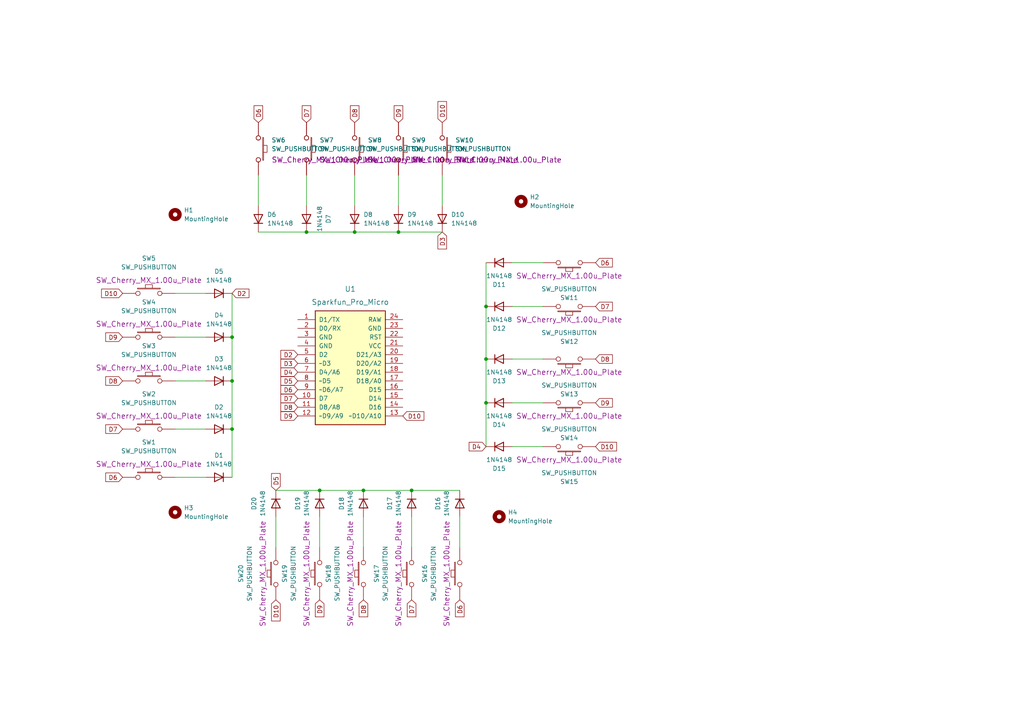
<source format=kicad_sch>
(kicad_sch (version 20211123) (generator eeschema)
  (paper "A4")
  (lib_symbols
    (symbol "Arduino:Sparkfun_Pro_Micro" (pin_names (offset 1.016))
      (property "Reference" "U" (at -8.89 21.59 0))
      (property "Value" "Sparkfun_Pro_Micro" (at 0 19.05 0))
      (symbol "Sparkfun_Pro_Micro_0_1"
        (rectangle (start -10.16 17.78) (end 10.16 -15.24) (stroke (width 0.254)) (fill (type background)))
      )
      (symbol "Sparkfun_Pro_Micro_1_1"
        (pin bidirectional line (at -15.24 15.24 0) (length 5.08) (name "D1/TX") (number "1"))
        (pin bidirectional line (at -15.24 -7.62 0) (length 5.08) (name "D7") (number "10"))
        (pin bidirectional line (at -15.24 -10.16 0) (length 5.08) (name "D8/A8") (number "11"))
        (pin bidirectional line (at -15.24 -12.7 0) (length 5.08) (name "~D9/A9") (number "12"))
        (pin bidirectional line (at 15.24 -12.7 180) (length 5.08) (name "~D10/A10") (number "13"))
        (pin bidirectional line (at 15.24 -10.16 180) (length 5.08) (name "D16") (number "14"))
        (pin bidirectional line (at 15.24 -7.62 180) (length 5.08) (name "D14") (number "15"))
        (pin bidirectional line (at 15.24 -5.08 180) (length 5.08) (name "D15") (number "16"))
        (pin bidirectional line (at 15.24 -2.54 180) (length 5.08) (name "D18/A0") (number "17"))
        (pin bidirectional line (at 15.24 0 180) (length 5.08) (name "D19/A1") (number "18"))
        (pin bidirectional line (at 15.24 2.54 180) (length 5.08) (name "D20/A2") (number "19"))
        (pin bidirectional line (at -15.24 12.7 0) (length 5.08) (name "D0/RX") (number "2"))
        (pin bidirectional line (at 15.24 5.08 180) (length 5.08) (name "D21/A3") (number "20"))
        (pin power_in line (at 15.24 7.62 180) (length 5.08) (name "VCC") (number "21"))
        (pin input line (at 15.24 10.16 180) (length 5.08) (name "RST") (number "22"))
        (pin power_in line (at 15.24 12.7 180) (length 5.08) (name "GND") (number "23"))
        (pin power_in line (at 15.24 15.24 180) (length 5.08) (name "RAW") (number "24"))
        (pin power_in line (at -15.24 10.16 0) (length 5.08) (name "GND") (number "3"))
        (pin power_in line (at -15.24 7.62 0) (length 5.08) (name "GND") (number "4"))
        (pin bidirectional line (at -15.24 5.08 0) (length 5.08) (name "D2") (number "5"))
        (pin bidirectional line (at -15.24 2.54 0) (length 5.08) (name "~D3") (number "6"))
        (pin bidirectional line (at -15.24 0 0) (length 5.08) (name "D4/A6") (number "7"))
        (pin bidirectional line (at -15.24 -2.54 0) (length 5.08) (name "~D5") (number "8"))
        (pin bidirectional line (at -15.24 -5.08 0) (length 5.08) (name "~D6/A7") (number "9"))
      )
    )
    (symbol "Diode:1N4148" (pin_numbers hide) (pin_names hide)
      (property "Reference" "D" (at 0 2.54 0))
      (property "Value" "1N4148" (at 0 -2.54 0))
      (symbol "1N4148_0_1"
        (polyline (pts (xy -1.27 1.27) (xy -1.27 -1.27)) (stroke (width 0.254)))
        (polyline (pts (xy 1.27 0) (xy -1.27 0)))
        (polyline (pts (xy 1.27 1.27) (xy 1.27 -1.27) (xy -1.27 0) (xy 1.27 1.27)) (stroke (width 0.254)))
      )
      (symbol "1N4148_1_1"
        (pin passive line (at -3.81 0 0) (length 2.54) (name "K") (number "1"))
        (pin passive line (at 3.81 0 180) (length 2.54) (name "A") (number "2"))
      )
    )
    (symbol "Mechanical:MountingHole" (pin_names (offset 1.016))
      (property "Reference" "H" (at 0 5.08 0))
      (property "Value" "MountingHole" (at 0 3.175 0))
      (symbol "MountingHole_0_1"
        (circle (center 0 0) (radius 1.27) (stroke (width 1.27)))
      )
    )
    (symbol "freetronics_schematic:SW_PUSHBUTTON" (pin_numbers hide) (pin_names (offset 1.016) hide)
      (property "Reference" "SW" (at -3.81 2.794 0))
      (property "Value" "SW_PUSHBUTTON" (at 0 -2.032 0))
      (symbol "SW_PUSHBUTTON_0_1"
        (rectangle (start -3.302 1.27) (end 3.302 1.524))
        (polyline (pts (xy -1.016 1.524) (xy -1.016 2.54) (xy 1.016 2.54) (xy 1.016 1.524)))
        (pin passive inverted (at -7.62 0 0) (length 5.08) (name "1") (number "1"))
        (pin passive inverted (at 7.62 0 180) (length 5.08) (name "2") (number "2"))
      )
    )
  )
  (junction (at 140.97 104.14))
  (junction (at 140.97 116.84))
  (junction (at 67.31 110.49))
  (junction (at 140.97 88.9))
  (junction (at 119.38 142.24))
  (junction (at 67.31 124.46))
  (junction (at 115.57 67.31))
  (junction (at 102.87 67.31))
  (junction (at 92.71 142.24))
  (junction (at 67.31 97.79))
  (junction (at 88.9 67.31))
  (junction (at 105.41 142.24))
  (wire (pts (xy 102.87 50.8) (xy 102.87 59.69)))
  (wire (pts (xy 67.31 85.09) (xy 67.31 97.79)))
  (wire (pts (xy 67.31 124.46) (xy 67.31 138.43)))
  (wire (pts (xy 50.8 124.46) (xy 59.69 124.46)))
  (wire (pts (xy 115.57 67.31) (xy 128.27 67.31)))
  (wire (pts (xy 128.27 50.8) (xy 128.27 59.69)))
  (wire (pts (xy 88.9 50.8) (xy 88.9 59.69)))
  (wire (pts (xy 133.35 158.75) (xy 133.35 149.86)))
  (wire (pts (xy 80.01 158.75) (xy 80.01 149.86)))
  (wire (pts (xy 80.01 142.24) (xy 92.71 142.24)))
  (wire (pts (xy 119.38 158.75) (xy 119.38 149.86)))
  (wire (pts (xy 88.9 67.31) (xy 102.87 67.31)))
  (wire (pts (xy 92.71 158.75) (xy 92.71 149.86)))
  (wire (pts (xy 105.41 158.75) (xy 105.41 149.86)))
  (wire (pts (xy 74.93 67.31) (xy 88.9 67.31)))
  (wire (pts (xy 140.97 76.2) (xy 140.97 88.9)))
  (wire (pts (xy 140.97 88.9) (xy 140.97 104.14)))
  (wire (pts (xy 140.97 116.84) (xy 140.97 129.54)))
  (wire (pts (xy 67.31 97.79) (xy 67.31 110.49)))
  (wire (pts (xy 92.71 142.24) (xy 105.41 142.24)))
  (wire (pts (xy 157.48 116.84) (xy 148.59 116.84)))
  (wire (pts (xy 67.31 110.49) (xy 67.31 124.46)))
  (wire (pts (xy 74.93 50.8) (xy 74.93 59.69)))
  (wire (pts (xy 157.48 129.54) (xy 148.59 129.54)))
  (wire (pts (xy 140.97 104.14) (xy 140.97 116.84)))
  (wire (pts (xy 115.57 50.8) (xy 115.57 59.69)))
  (wire (pts (xy 157.48 104.14) (xy 148.59 104.14)))
  (wire (pts (xy 50.8 110.49) (xy 59.69 110.49)))
  (wire (pts (xy 50.8 85.09) (xy 59.69 85.09)))
  (wire (pts (xy 50.8 97.79) (xy 59.69 97.79)))
  (wire (pts (xy 157.48 88.9) (xy 148.59 88.9)))
  (wire (pts (xy 119.38 142.24) (xy 133.35 142.24)))
  (wire (pts (xy 102.87 67.31) (xy 115.57 67.31)))
  (wire (pts (xy 157.48 76.2) (xy 148.59 76.2)))
  (wire (pts (xy 105.41 142.24) (xy 119.38 142.24)))
  (wire (pts (xy 50.8 138.43) (xy 59.69 138.43)))
  (global_label "D9" (shape input) (at 35.56 97.79 180) (property "Intersheet References" "${INTERSHEET_REFS}" (effects hide)))
  (global_label "D8" (shape input) (at 86.36 118.11 180) (property "Intersheet References" "${INTERSHEET_REFS}" (effects hide)))
  (global_label "D7" (shape input) (at 88.9 35.56 90) (property "Intersheet References" "${INTERSHEET_REFS}" (effects hide)))
  (global_label "D2" (shape input) (at 67.31 85.09 0) (property "Intersheet References" "${INTERSHEET_REFS}" (effects hide)))
  (global_label "D6" (shape input) (at 35.56 138.43 180) (property "Intersheet References" "${INTERSHEET_REFS}" (effects hide)))
  (global_label "D9" (shape input) (at 172.72 116.84 0) (property "Intersheet References" "${INTERSHEET_REFS}" (effects hide)))
  (global_label "D6" (shape input) (at 86.36 113.03 180) (property "Intersheet References" "${INTERSHEET_REFS}" (effects hide)))
  (global_label "D5" (shape input) (at 86.36 110.49 180) (property "Intersheet References" "${INTERSHEET_REFS}" (effects hide)))
  (global_label "D6" (shape input) (at 172.72 76.2 0) (property "Intersheet References" "${INTERSHEET_REFS}" (effects hide)))
  (global_label "D7" (shape input) (at 119.38 173.99 270) (property "Intersheet References" "${INTERSHEET_REFS}" (effects hide)))
  (global_label "D2" (shape input) (at 86.36 102.87 180) (property "Intersheet References" "${INTERSHEET_REFS}" (effects hide)))
  (global_label "D10" (shape input) (at 128.27 35.56 90) (property "Intersheet References" "${INTERSHEET_REFS}" (effects hide)))
  (global_label "D10" (shape input) (at 172.72 129.54 0) (property "Intersheet References" "${INTERSHEET_REFS}" (effects hide)))
  (global_label "D8" (shape input) (at 102.87 35.56 90) (property "Intersheet References" "${INTERSHEET_REFS}" (effects hide)))
  (global_label "D10" (shape input) (at 35.56 85.09 180) (property "Intersheet References" "${INTERSHEET_REFS}" (effects hide)))
  (global_label "D3" (shape input) (at 128.27 67.31 270) (property "Intersheet References" "${INTERSHEET_REFS}" (effects hide)))
  (global_label "D9" (shape input) (at 92.71 173.99 270) (property "Intersheet References" "${INTERSHEET_REFS}" (effects hide)))
  (global_label "D9" (shape input) (at 115.57 35.56 90) (property "Intersheet References" "${INTERSHEET_REFS}" (effects hide)))
  (global_label "D7" (shape input) (at 86.36 115.57 180) (property "Intersheet References" "${INTERSHEET_REFS}" (effects hide)))
  (global_label "D10" (shape input) (at 116.84 120.65 0) (property "Intersheet References" "${INTERSHEET_REFS}" (effects hide)))
  (global_label "D9" (shape input) (at 86.36 120.65 180) (property "Intersheet References" "${INTERSHEET_REFS}" (effects hide)))
  (global_label "D3" (shape input) (at 86.36 105.41 180) (property "Intersheet References" "${INTERSHEET_REFS}" (effects hide)))
  (global_label "D4" (shape input) (at 86.36 107.95 180) (property "Intersheet References" "${INTERSHEET_REFS}" (effects hide)))
  (global_label "D10" (shape input) (at 80.01 173.99 270) (property "Intersheet References" "${INTERSHEET_REFS}" (effects hide)))
  (global_label "D8" (shape input) (at 35.56 110.49 180) (property "Intersheet References" "${INTERSHEET_REFS}" (effects hide)))
  (global_label "D6" (shape input) (at 133.35 173.99 270) (property "Intersheet References" "${INTERSHEET_REFS}" (effects hide)))
  (global_label "D7" (shape input) (at 35.56 124.46 180) (property "Intersheet References" "${INTERSHEET_REFS}" (effects hide)))
  (global_label "D7" (shape input) (at 172.72 88.9 0) (property "Intersheet References" "${INTERSHEET_REFS}" (effects hide)))
  (global_label "D8" (shape input) (at 172.72 104.14 0) (property "Intersheet References" "${INTERSHEET_REFS}" (effects hide)))
  (global_label "D8" (shape input) (at 105.41 173.99 270) (property "Intersheet References" "${INTERSHEET_REFS}" (effects hide)))
  (global_label "D6" (shape input) (at 74.93 35.56 90) (property "Intersheet References" "${INTERSHEET_REFS}" (effects hide)))
  (global_label "D5" (shape input) (at 80.01 142.24 90) (property "Intersheet References" "${INTERSHEET_REFS}" (effects hide)))
  (global_label "D4" (shape input) (at 140.97 129.54 180) (property "Intersheet References" "${INTERSHEET_REFS}" (effects hide)))
  (symbol (lib_id "Diode:1N4148") (at 102.87 63.5 90) (unit 1)
    (property "Reference" "D8" (at 105.41 62.2299 90) (effects (justify right)))
    (property "Value" "1N4148" (at 105.41 64.7699 90) (effects (justify right)))
    (property "Footprint" "Diode_THT:D_DO-35_SOD27_P7.62mm_Horizontal" (effects hide))
    (property "Datasheet" "https://assets.nexperia.com/documents/data-sheet/1N4148_1N4448.pdf" (effects hide))
  )
  (symbol (lib_id "freetronics_schematic:SW_PUSHBUTTON") (at 105.41 166.37 90) (unit 1)
    (property "Reference" "SW18" (at 95.25 166.37 0))
    (property "Value" "SW_PUSHBUTTON" (at 97.79 166.37 0))
    (property "Footprint" "SW_Cherry_MX_1.00u_Plate" (at 101.6 166.37 0) (effects (font (size 1.524 1.524))))
  )
  (symbol (lib_id "freetronics_schematic:SW_PUSHBUTTON") (at 43.18 110.49 0) (unit 1)
    (property "Reference" "SW3" (at 43.18 100.33 0))
    (property "Value" "SW_PUSHBUTTON" (at 43.18 102.87 0))
    (property "Footprint" "SW_Cherry_MX_1.00u_Plate" (at 43.18 106.68 0) (effects (font (size 1.524 1.524))))
  )
  (symbol (lib_id "Diode:1N4148") (at 92.71 146.05 270) (unit 1)
    (property "Reference" "D19" (at 86.36 146.05 0))
    (property "Value" "1N4148" (at 88.9 146.05 0))
    (property "Footprint" "Diode_THT:D_DO-35_SOD27_P7.62mm_Horizontal" (effects hide))
    (property "Datasheet" "https://assets.nexperia.com/documents/data-sheet/1N4148_1N4448.pdf" (effects hide))
  )
  (symbol (lib_id "Diode:1N4148") (at 63.5 85.09 180) (unit 1)
    (property "Reference" "D5" (at 63.5 78.74 0))
    (property "Value" "1N4148" (at 63.5 81.28 0))
    (property "Footprint" "Diode_THT:D_DO-35_SOD27_P7.62mm_Horizontal" (effects hide))
    (property "Datasheet" "https://assets.nexperia.com/documents/data-sheet/1N4148_1N4448.pdf" (effects hide))
  )
  (symbol (lib_id "Diode:1N4148") (at 133.35 146.05 270) (unit 1)
    (property "Reference" "D16" (at 127 146.05 0))
    (property "Value" "1N4148" (at 129.54 146.05 0))
    (property "Footprint" "Diode_THT:D_DO-35_SOD27_P7.62mm_Horizontal" (effects hide))
    (property "Datasheet" "https://assets.nexperia.com/documents/data-sheet/1N4148_1N4448.pdf" (effects hide))
  )
  (symbol (lib_id "Diode:1N4148") (at 88.9 63.5 90) (unit 1)
    (property "Reference" "D7" (at 95.25 63.5 0))
    (property "Value" "1N4148" (at 92.71 63.5 0))
    (property "Footprint" "Diode_THT:D_DO-35_SOD27_P7.62mm_Horizontal" (effects hide))
    (property "Datasheet" "https://assets.nexperia.com/documents/data-sheet/1N4148_1N4448.pdf" (effects hide))
  )
  (symbol (lib_id "Arduino:Sparkfun_Pro_Micro") (at 101.6 107.95 0) (unit 1)
    (property "Reference" "U1" (at 101.6 83.82 0) (effects (font (size 1.524 1.524))))
    (property "Value" "Sparkfun_Pro_Micro" (at 101.6 87.63 0) (effects (font (size 1.524 1.524))))
    (property "Footprint" "Package_DIP:DIP-24_W15.24mm" (effects hide))
    (property "Datasheet" "https://www.sparkfun.com/products/12640" (effects hide))
  )
  (symbol (lib_id "Diode:1N4148") (at 74.93 63.5 90) (unit 1)
    (property "Reference" "D6" (at 77.47 62.2299 90) (effects (justify right)))
    (property "Value" "1N4148" (at 77.47 64.7699 90) (effects (justify right)))
    (property "Footprint" "Diode_THT:D_DO-35_SOD27_P7.62mm_Horizontal" (effects hide))
    (property "Datasheet" "https://assets.nexperia.com/documents/data-sheet/1N4148_1N4448.pdf" (effects hide))
  )
  (symbol (lib_id "Mechanical:MountingHole") (at 50.8 62.23 0) (unit 1)
    (property "Reference" "H1" (at 53.34 60.9599 0) (effects (justify left)))
    (property "Value" "MountingHole" (at 53.34 63.4999 0) (effects (justify left)))
    (property "Footprint" "MountingHole:MountingHole_4mm" (effects hide))
  )
  (symbol (lib_id "Diode:1N4148") (at 63.5 138.43 180) (unit 1)
    (property "Reference" "D1" (at 63.5 132.08 0))
    (property "Value" "1N4148" (at 63.5 134.62 0))
    (property "Footprint" "Diode_THT:D_DO-35_SOD27_P7.62mm_Horizontal" (effects hide))
    (property "Datasheet" "https://assets.nexperia.com/documents/data-sheet/1N4148_1N4448.pdf" (effects hide))
  )
  (symbol (lib_id "freetronics_schematic:SW_PUSHBUTTON") (at 43.18 97.79 0) (unit 1)
    (property "Reference" "SW4" (at 43.18 87.63 0))
    (property "Value" "SW_PUSHBUTTON" (at 43.18 90.17 0))
    (property "Footprint" "SW_Cherry_MX_1.00u_Plate" (at 43.18 93.98 0) (effects (font (size 1.524 1.524))))
  )
  (symbol (lib_id "Diode:1N4148") (at 63.5 110.49 180) (unit 1)
    (property "Reference" "D3" (at 63.5 104.14 0))
    (property "Value" "1N4148" (at 63.5 106.68 0))
    (property "Footprint" "Diode_THT:D_DO-35_SOD27_P7.62mm_Horizontal" (effects hide))
    (property "Datasheet" "https://assets.nexperia.com/documents/data-sheet/1N4148_1N4448.pdf" (effects hide))
  )
  (symbol (lib_id "Diode:1N4148") (at 63.5 124.46 180) (unit 1)
    (property "Reference" "D2" (at 63.5 118.11 0))
    (property "Value" "1N4148" (at 63.5 120.65 0))
    (property "Footprint" "Diode_THT:D_DO-35_SOD27_P7.62mm_Horizontal" (effects hide))
    (property "Datasheet" "https://assets.nexperia.com/documents/data-sheet/1N4148_1N4448.pdf" (effects hide))
  )
  (symbol (lib_id "Diode:1N4148") (at 115.57 63.5 90) (unit 1)
    (property "Reference" "D9" (at 118.11 62.2299 90) (effects (justify right)))
    (property "Value" "1N4148" (at 118.11 64.7699 90) (effects (justify right)))
    (property "Footprint" "Diode_THT:D_DO-35_SOD27_P7.62mm_Horizontal" (effects hide))
    (property "Datasheet" "https://assets.nexperia.com/documents/data-sheet/1N4148_1N4448.pdf" (effects hide))
  )
  (symbol (lib_id "Diode:1N4148") (at 128.27 63.5 90) (unit 1)
    (property "Reference" "D10" (at 130.81 62.2299 90) (effects (justify right)))
    (property "Value" "1N4148" (at 130.81 64.7699 90) (effects (justify right)))
    (property "Footprint" "Diode_THT:D_DO-35_SOD27_P7.62mm_Horizontal" (effects hide))
    (property "Datasheet" "https://assets.nexperia.com/documents/data-sheet/1N4148_1N4448.pdf" (effects hide))
  )
  (symbol (lib_id "freetronics_schematic:SW_PUSHBUTTON") (at 165.1 104.14 180) (unit 1)
    (property "Reference" "SW13" (at 165.1 114.3 0))
    (property "Value" "SW_PUSHBUTTON" (at 165.1 111.76 0))
    (property "Footprint" "SW_Cherry_MX_1.00u_Plate" (at 165.1 107.95 0) (effects (font (size 1.524 1.524))))
  )
  (symbol (lib_id "Mechanical:MountingHole") (at 50.8 148.59 0) (unit 1)
    (property "Reference" "H3" (at 53.34 147.3199 0) (effects (justify left)))
    (property "Value" "MountingHole" (at 53.34 149.8599 0) (effects (justify left)))
    (property "Footprint" "MountingHole:MountingHole_4mm" (effects hide))
  )
  (symbol (lib_id "freetronics_schematic:SW_PUSHBUTTON") (at 115.57 43.18 270) (unit 1)
    (property "Reference" "SW9" (at 119.38 40.6399 90) (effects (justify left)))
    (property "Value" "SW_PUSHBUTTON" (at 119.38 43.1799 90) (effects (justify left)))
    (property "Footprint" "SW_Cherry_MX_1.00u_Plate" (at 119.38 46.355 90) (effects (font (size 1.524 1.524)) (justify left)))
  )
  (symbol (lib_id "Diode:1N4148") (at 144.78 76.2 0) (unit 1)
    (property "Reference" "D11" (at 144.78 82.55 0))
    (property "Value" "1N4148" (at 144.78 80.01 0))
    (property "Footprint" "Diode_THT:D_DO-35_SOD27_P7.62mm_Horizontal" (effects hide))
    (property "Datasheet" "https://assets.nexperia.com/documents/data-sheet/1N4148_1N4448.pdf" (effects hide))
  )
  (symbol (lib_id "Diode:1N4148") (at 105.41 146.05 270) (unit 1)
    (property "Reference" "D18" (at 99.06 146.05 0))
    (property "Value" "1N4148" (at 101.6 146.05 0))
    (property "Footprint" "Diode_THT:D_DO-35_SOD27_P7.62mm_Horizontal" (effects hide))
    (property "Datasheet" "https://assets.nexperia.com/documents/data-sheet/1N4148_1N4448.pdf" (effects hide))
  )
  (symbol (lib_id "Diode:1N4148") (at 144.78 129.54 0) (unit 1)
    (property "Reference" "D15" (at 144.78 135.89 0))
    (property "Value" "1N4148" (at 144.78 133.35 0))
    (property "Footprint" "Diode_THT:D_DO-35_SOD27_P7.62mm_Horizontal" (effects hide))
    (property "Datasheet" "https://assets.nexperia.com/documents/data-sheet/1N4148_1N4448.pdf" (effects hide))
  )
  (symbol (lib_id "freetronics_schematic:SW_PUSHBUTTON") (at 102.87 43.18 270) (unit 1)
    (property "Reference" "SW8" (at 106.68 40.6399 90) (effects (justify left)))
    (property "Value" "SW_PUSHBUTTON" (at 106.68 43.1799 90) (effects (justify left)))
    (property "Footprint" "SW_Cherry_MX_1.00u_Plate" (at 106.68 46.355 90) (effects (font (size 1.524 1.524)) (justify left)))
  )
  (symbol (lib_id "Mechanical:MountingHole") (at 144.78 149.86 0) (unit 1)
    (property "Reference" "H4" (at 147.32 148.5899 0) (effects (justify left)))
    (property "Value" "MountingHole" (at 147.32 151.1299 0) (effects (justify left)))
    (property "Footprint" "MountingHole:MountingHole_4mm" (effects hide))
  )
  (symbol (lib_id "freetronics_schematic:SW_PUSHBUTTON") (at 165.1 76.2 180) (unit 1)
    (property "Reference" "SW11" (at 165.1 86.36 0))
    (property "Value" "SW_PUSHBUTTON" (at 165.1 83.82 0))
    (property "Footprint" "SW_Cherry_MX_1.00u_Plate" (at 165.1 80.01 0) (effects (font (size 1.524 1.524))))
  )
  (symbol (lib_id "Diode:1N4148") (at 144.78 88.9 0) (unit 1)
    (property "Reference" "D12" (at 144.78 95.25 0))
    (property "Value" "1N4148" (at 144.78 92.71 0))
    (property "Footprint" "Diode_THT:D_DO-35_SOD27_P7.62mm_Horizontal" (effects hide))
    (property "Datasheet" "https://assets.nexperia.com/documents/data-sheet/1N4148_1N4448.pdf" (effects hide))
  )
  (symbol (lib_id "Diode:1N4148") (at 144.78 116.84 0) (unit 1)
    (property "Reference" "D14" (at 144.78 123.19 0))
    (property "Value" "1N4148" (at 144.78 120.65 0))
    (property "Footprint" "Diode_THT:D_DO-35_SOD27_P7.62mm_Horizontal" (effects hide))
    (property "Datasheet" "https://assets.nexperia.com/documents/data-sheet/1N4148_1N4448.pdf" (effects hide))
  )
  (symbol (lib_id "freetronics_schematic:SW_PUSHBUTTON") (at 80.01 166.37 90) (unit 1)
    (property "Reference" "SW20" (at 69.85 166.37 0))
    (property "Value" "SW_PUSHBUTTON" (at 72.39 166.37 0))
    (property "Footprint" "SW_Cherry_MX_1.00u_Plate" (at 76.2 166.37 0) (effects (font (size 1.524 1.524))))
  )
  (symbol (lib_id "Mechanical:MountingHole") (at 151.13 58.42 0) (unit 1)
    (property "Reference" "H2" (at 153.67 57.1499 0) (effects (justify left)))
    (property "Value" "MountingHole" (at 153.67 59.6899 0) (effects (justify left)))
    (property "Footprint" "MountingHole:MountingHole_4mm" (effects hide))
  )
  (symbol (lib_id "freetronics_schematic:SW_PUSHBUTTON") (at 43.18 138.43 0) (unit 1)
    (property "Reference" "SW1" (at 43.18 128.27 0))
    (property "Value" "SW_PUSHBUTTON" (at 43.18 130.81 0))
    (property "Footprint" "SW_Cherry_MX_1.00u_Plate" (at 43.18 134.62 0) (effects (font (size 1.524 1.524))))
  )
  (symbol (lib_id "Diode:1N4148") (at 119.38 146.05 270) (unit 1)
    (property "Reference" "D17" (at 113.03 146.05 0))
    (property "Value" "1N4148" (at 115.57 146.05 0))
    (property "Footprint" "Diode_THT:D_DO-35_SOD27_P7.62mm_Horizontal" (effects hide))
    (property "Datasheet" "https://assets.nexperia.com/documents/data-sheet/1N4148_1N4448.pdf" (effects hide))
  )
  (symbol (lib_id "Diode:1N4148") (at 80.01 146.05 270) (unit 1)
    (property "Reference" "D20" (at 73.66 146.05 0))
    (property "Value" "1N4148" (at 76.2 146.05 0))
    (property "Footprint" "Diode_THT:D_DO-35_SOD27_P7.62mm_Horizontal" (effects hide))
    (property "Datasheet" "https://assets.nexperia.com/documents/data-sheet/1N4148_1N4448.pdf" (effects hide))
  )
  (symbol (lib_id "freetronics_schematic:SW_PUSHBUTTON") (at 165.1 129.54 180) (unit 1)
    (property "Reference" "SW15" (at 165.1 139.7 0))
    (property "Value" "SW_PUSHBUTTON" (at 165.1 137.16 0))
    (property "Footprint" "SW_Cherry_MX_1.00u_Plate" (at 165.1 133.35 0) (effects (font (size 1.524 1.524))))
  )
  (symbol (lib_id "freetronics_schematic:SW_PUSHBUTTON") (at 165.1 88.9 180) (unit 1)
    (property "Reference" "SW12" (at 165.1 99.06 0))
    (property "Value" "SW_PUSHBUTTON" (at 165.1 96.52 0))
    (property "Footprint" "SW_Cherry_MX_1.00u_Plate" (at 165.1 92.71 0) (effects (font (size 1.524 1.524))))
  )
  (symbol (lib_id "freetronics_schematic:SW_PUSHBUTTON") (at 128.27 43.18 270) (unit 1)
    (property "Reference" "SW10" (at 132.08 40.6399 90) (effects (justify left)))
    (property "Value" "SW_PUSHBUTTON" (at 132.08 43.1799 90) (effects (justify left)))
    (property "Footprint" "SW_Cherry_MX_1.00u_Plate" (at 132.08 46.355 90) (effects (font (size 1.524 1.524)) (justify left)))
  )
  (symbol (lib_id "Diode:1N4148") (at 144.78 104.14 0) (unit 1)
    (property "Reference" "D13" (at 144.78 110.49 0))
    (property "Value" "1N4148" (at 144.78 107.95 0))
    (property "Footprint" "Diode_THT:D_DO-35_SOD27_P7.62mm_Horizontal" (effects hide))
    (property "Datasheet" "https://assets.nexperia.com/documents/data-sheet/1N4148_1N4448.pdf" (effects hide))
  )
  (symbol (lib_id "freetronics_schematic:SW_PUSHBUTTON") (at 43.18 124.46 0) (unit 1)
    (property "Reference" "SW2" (at 43.18 114.3 0))
    (property "Value" "SW_PUSHBUTTON" (at 43.18 116.84 0))
    (property "Footprint" "SW_Cherry_MX_1.00u_Plate" (at 43.18 120.65 0) (effects (font (size 1.524 1.524))))
  )
  (symbol (lib_id "freetronics_schematic:SW_PUSHBUTTON") (at 119.38 166.37 90) (unit 1)
    (property "Reference" "SW17" (at 109.22 166.37 0))
    (property "Value" "SW_PUSHBUTTON" (at 111.76 166.37 0))
    (property "Footprint" "SW_Cherry_MX_1.00u_Plate" (at 115.57 166.37 0) (effects (font (size 1.524 1.524))))
  )
  (symbol (lib_id "freetronics_schematic:SW_PUSHBUTTON") (at 133.35 166.37 90) (unit 1)
    (property "Reference" "SW16" (at 123.19 166.37 0))
    (property "Value" "SW_PUSHBUTTON" (at 125.73 166.37 0))
    (property "Footprint" "SW_Cherry_MX_1.00u_Plate" (at 129.54 166.37 0) (effects (font (size 1.524 1.524))))
  )
  (symbol (lib_id "freetronics_schematic:SW_PUSHBUTTON") (at 43.18 85.09 0) (unit 1)
    (property "Reference" "SW5" (at 43.18 74.93 0))
    (property "Value" "SW_PUSHBUTTON" (at 43.18 77.47 0))
    (property "Footprint" "SW_Cherry_MX_1.00u_Plate" (at 43.18 81.28 0) (effects (font (size 1.524 1.524))))
  )
  (symbol (lib_id "freetronics_schematic:SW_PUSHBUTTON") (at 74.93 43.18 270) (unit 1)
    (property "Reference" "SW6" (at 78.74 40.6399 90) (effects (justify left)))
    (property "Value" "SW_PUSHBUTTON" (at 78.74 43.1799 90) (effects (justify left)))
    (property "Footprint" "SW_Cherry_MX_1.00u_Plate" (at 78.74 46.355 90) (effects (font (size 1.524 1.524)) (justify left)))
  )
  (symbol (lib_id "freetronics_schematic:SW_PUSHBUTTON") (at 92.71 166.37 90) (unit 1)
    (property "Reference" "SW19" (at 82.55 166.37 0))
    (property "Value" "SW_PUSHBUTTON" (at 85.09 166.37 0))
    (property "Footprint" "SW_Cherry_MX_1.00u_Plate" (at 88.9 166.37 0) (effects (font (size 1.524 1.524))))
  )
  (symbol (lib_id "Diode:1N4148") (at 63.5 97.79 180) (unit 1)
    (property "Reference" "D4" (at 63.5 91.44 0))
    (property "Value" "1N4148" (at 63.5 93.98 0))
    (property "Footprint" "Diode_THT:D_DO-35_SOD27_P7.62mm_Horizontal" (effects hide))
    (property "Datasheet" "https://assets.nexperia.com/documents/data-sheet/1N4148_1N4448.pdf" (effects hide))
  )
  (symbol (lib_id "freetronics_schematic:SW_PUSHBUTTON") (at 88.9 43.18 270) (unit 1)
    (property "Reference" "SW7" (at 92.71 40.6399 90) (effects (justify left)))
    (property "Value" "SW_PUSHBUTTON" (at 92.71 43.1799 90) (effects (justify left)))
    (property "Footprint" "SW_Cherry_MX_1.00u_Plate" (at 92.71 46.355 90) (effects (font (size 1.524 1.524)) (justify left)))
  )
  (symbol (lib_id "freetronics_schematic:SW_PUSHBUTTON") (at 165.1 116.84 180) (unit 1)
    (property "Reference" "SW14" (at 165.1 127 0))
    (property "Value" "SW_PUSHBUTTON" (at 165.1 124.46 0))
    (property "Footprint" "SW_Cherry_MX_1.00u_Plate" (at 165.1 120.65 0) (effects (font (size 1.524 1.524))))
  )
)
</source>
